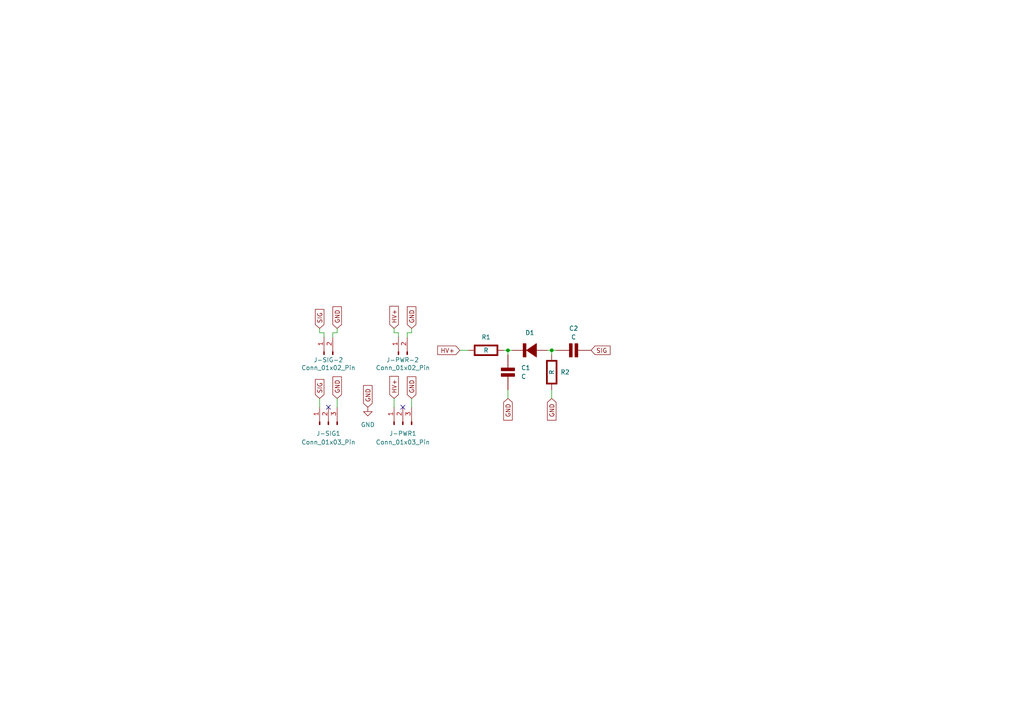
<source format=kicad_sch>
(kicad_sch (version 20231120) (generator "eeschema") (generator_version "8.0")
  (paper "A4")
  (lib_symbols
    (symbol "Connector:Conn_01x02_Pin" (pin_names (offset 1.016) hide)
      (property "Reference" "J" (at 0 2.54 0))
      (property "Value" "Conn_01x02_Pin" (at 0 -5.08 0))
      (symbol "Conn_01x02_Pin_1_1"
        (polyline (pts (xy 1.27 -2.54) (xy 0.8636 -2.54)) (stroke (width 0.1524)))
        (polyline (pts (xy 1.27 0) (xy 0.8636 0)) (stroke (width 0.1524)))
        (rectangle (start 0.8636 -2.413) (end 0 -2.667) (stroke (width 0.1524)) (fill (type outline)))
        (rectangle (start 0.8636 0.127) (end 0 -0.127) (stroke (width 0.1524)) (fill (type outline)))
        (pin passive line (at 5.08 0 180) (length 3.81) (name "Pin_1") (number "1"))
        (pin passive line (at 5.08 -2.54 180) (length 3.81) (name "Pin_2") (number "2"))
      )
    )
    (symbol "Connector:Conn_01x03_Pin" (pin_names (offset 1.016) hide)
      (property "Reference" "J" (at 0 5.08 0))
      (property "Value" "Conn_01x03_Pin" (at 0 -5.08 0))
      (symbol "Conn_01x03_Pin_1_1"
        (polyline (pts (xy 1.27 -2.54) (xy 0.8636 -2.54)) (stroke (width 0.1524)))
        (polyline (pts (xy 1.27 0) (xy 0.8636 0)) (stroke (width 0.1524)))
        (polyline (pts (xy 1.27 2.54) (xy 0.8636 2.54)) (stroke (width 0.1524)))
        (rectangle (start 0.8636 -2.413) (end 0 -2.667) (stroke (width 0.1524)) (fill (type outline)))
        (rectangle (start 0.8636 0.127) (end 0 -0.127) (stroke (width 0.1524)) (fill (type outline)))
        (rectangle (start 0.8636 2.667) (end 0 2.413) (stroke (width 0.1524)) (fill (type outline)))
        (pin passive line (at 5.08 2.54 180) (length 3.81) (name "Pin_1") (number "1"))
        (pin passive line (at 5.08 0 180) (length 3.81) (name "Pin_2") (number "2"))
        (pin passive line (at 5.08 -2.54 180) (length 3.81) (name "Pin_3") (number "3"))
      )
    )
    (symbol "PCM_Elektuur:C" (pin_numbers hide) (pin_names (offset 0) hide)
      (property "Reference" "C" (at 0.635 3.175 0))
      (property "Value" "C" (at 0.635 -3.175 0))
      (symbol "C_1_1"
        (rectangle (start -1.905 -0.4318) (end 1.905 -1.1938) (stroke (width 0.254)) (fill (type outline)))
        (rectangle (start -1.905 1.1938) (end 1.905 0.4318) (stroke (width 0.254)) (fill (type outline)))
        (pin passive line (at 0 5.08 270) (length 3.8862) (name "+") (number "1"))
        (pin passive line (at 0 -5.08 90) (length 3.8862) (name "-") (number "2"))
      )
      (symbol "C_1_2"
        (polyline (pts (xy -1.905 -1.4986) (xy 1.905 -1.4986) (xy 1.905 -0.4318) (xy -1.905 -0.4318) (xy -1.905 -1.4986) (xy -1.8034 -1.397) (xy -1.8034 -0.5334) (xy 1.8034 -0.5334) (xy 1.8034 -1.397) (xy -1.8034 -1.397) (xy -1.905 -1.4986)) (stroke (width 0.254)) (fill (type outline)))
        (polyline (pts (xy -1.905 0.4318) (xy 1.905 0.4318) (xy 1.905 1.4986) (xy -1.905 1.4986) (xy -1.905 0.4318) (xy -1.8034 0.5334) (xy -1.8034 1.397) (xy 1.8034 1.397) (xy 1.8034 0.5334) (xy -1.8034 0.5334) (xy -1.905 0.4318)) (stroke (width 0.254)) (fill (type outline)))
        (pin passive line (at 0 5.08 270) (length 3.5814) (name "+") (number "1"))
        (pin passive line (at 0 -5.08 90) (length 3.5814) (name "-") (number "2"))
      )
    )
    (symbol "PCM_Elektuur:D" (pin_numbers hide) (pin_names (offset 0) hide)
      (property "Reference" "D" (at 0.635 3.175 0))
      (property "Value" "${SIM.PARAMS}" (at 0.635 -3.175 0))
      (symbol "D_1_0"
        (pin passive line (at 0 -5.08 90) (length 3.175) (name "K-") (number "1"))
        (pin passive line (at 0 5.08 270) (length 3.175) (name "A+") (number "2"))
      )
      (symbol "D_1_1"
        (polyline (pts (xy -1.905 -1.905) (xy 1.905 -1.905) (xy 1.905 -1.143) (xy 0 -1.143) (xy 0 -0.889) (xy 1.905 1.905) (xy -1.905 1.905) (xy 0 -0.889) (xy 0 -1.143) (xy -1.905 -1.143) (xy -1.905 -1.905)) (stroke (width 0.254)) (fill (type outline)))
      )
      (symbol "D_1_2"
        (polyline (pts (xy -0.127 -1.905) (xy 1.905 -1.905) (xy 1.905 -1.143) (xy 0 -1.143) (xy 0 -0.889) (xy 1.905 1.905) (xy -0.0254 1.905) (xy -0.9652 0.5334) (xy 0 -0.889) (xy 0 -1.143) (xy -0.127 -1.143) (xy -0.127 -1.905)) (stroke (width 0.254)) (fill (type outline)))
      )
    )
    (symbol "PCM_Elektuur:R" (pin_numbers hide) (pin_names (offset 0) hide)
      (property "Reference" "R" (at 2.54 3.175 0))
      (property "Value" "R" (at 0 0 90))
      (symbol "R_1_1"
        (polyline (pts (xy -1.524 -3.429) (xy 1.524 -3.429) (xy 1.524 3.429) (xy -1.524 3.429) (xy -1.524 -3.429) (xy -1.27 -3.175) (xy -1.27 3.175) (xy 1.27 3.175) (xy 1.27 -3.175) (xy -1.27 -3.175) (xy -1.524 -3.429)) (stroke (width 0.254)) (fill (type outline)))
        (pin passive line (at 0 5.08 270) (length 1.651) (name "+") (number "1"))
        (pin passive line (at 0 -5.08 90) (length 1.651) (name "-") (number "2"))
      )
      (symbol "R_1_2"
        (polyline (pts (xy -0.508 -3.429) (xy 1.524 -3.429) (xy 1.524 3.429) (xy -0.508 3.429) (xy -0.508 3.175) (xy 1.27 3.175) (xy 1.27 -3.175) (xy -0.508 -3.175) (xy -0.508 -3.429)) (stroke (width 0.254)) (fill (type outline)))
        (pin passive line (at 0 5.08 270) (length 1.651) (name "+") (number "1"))
        (pin passive line (at 0 -5.08 90) (length 1.651) (name "-") (number "2"))
      )
      (symbol "R_1_3"
        (polyline (pts (xy 0 3.4798) (xy 0 3.2004) (xy 0.7112 2.794) (xy -1.1938 1.6764) (xy 0.7112 0.5588) (xy -1.1938 -0.5588) (xy 0.7112 -1.6764) (xy -1.1938 -2.794) (xy 0 -3.4798) (xy 0 -3.2004) (xy -0.7112 -2.794) (xy 1.1938 -1.6764) (xy -0.7112 -0.5588) (xy 1.1938 0.5588) (xy -0.7112 1.6764) (xy 1.1938 2.794) (xy 0 3.4798)) (stroke (width 0.254)) (fill (type outline)))
        (pin passive line (at 0 5.08 270) (length 1.6002) (name "+") (number "1"))
        (pin passive line (at 0 -5.08 90) (length 1.6002) (name "-") (number "2"))
      )
      (symbol "R_1_4"
        (polyline (pts (xy 0 4.5466) (xy 0 4.2672) (xy 0.0508 4.2418) (xy 1.016 3.683) (xy -1.524 2.2098) (xy 1.016 0.7366) (xy -1.524 -0.7366) (xy 1.016 -2.2098) (xy -1.524 -3.683) (xy -0.0762 -4.5212) (xy 0 -4.5466) (xy 0 -4.2672) (xy -0.0508 -4.2418) (xy -1.016 -3.683) (xy 1.524 -2.2098) (xy -1.016 -0.7366) (xy 1.524 0.7366) (xy -1.016 2.2098) (xy 1.524 3.683) (xy 0.0762 4.5212) (xy 0 4.5466)) (stroke (width 0.254)) (fill (type outline)))
        (pin passive line (at 0 5.08 270) (length 0.5334) (name "+") (number "1"))
        (pin passive line (at 0 -5.08 90) (length 0.5334) (name "-") (number "2"))
      )
    )
    (symbol "power:GND" (power) (pin_numbers hide) (pin_names (offset 0) hide)
      (property "Value" "GND" (at 0 -3.81 0))
      (symbol "GND_0_1"
        (polyline (pts (xy 0 0) (xy 0 -1.27) (xy 1.27 -1.27) (xy 0 -2.54) (xy -1.27 -1.27) (xy 0 -1.27)))
      )
      (symbol "GND_1_1"
        (pin power_in line (at 0 0 270) (length 0) (name "~") (number "1"))
      )
    )
  )
  (junction (at 147.32 101.6))
  (junction (at 160.02 101.6))
  (no_connect (at 95.25 118.11))
  (no_connect (at 116.84 118.11))
  (wire (pts (xy 93.98 96.52) (xy 93.98 97.79)))
  (wire (pts (xy 147.32 101.6) (xy 148.59 101.6)))
  (wire (pts (xy 160.02 113.03) (xy 160.02 115.57)))
  (wire (pts (xy 147.32 101.6) (xy 147.32 102.87)))
  (wire (pts (xy 92.71 96.52) (xy 93.98 96.52)))
  (wire (pts (xy 158.75 101.6) (xy 160.02 101.6)))
  (wire (pts (xy 119.38 115.57) (xy 119.38 118.11)))
  (wire (pts (xy 114.3 96.52) (xy 115.57 96.52)))
  (wire (pts (xy 119.38 95.25) (xy 119.38 96.52)))
  (wire (pts (xy 97.79 96.52) (xy 96.52 96.52)))
  (wire (pts (xy 160.02 101.6) (xy 161.29 101.6)))
  (wire (pts (xy 146.05 101.6) (xy 147.32 101.6)))
  (wire (pts (xy 147.32 113.03) (xy 147.32 115.57)))
  (wire (pts (xy 97.79 95.25) (xy 97.79 96.52)))
  (wire (pts (xy 96.52 96.52) (xy 96.52 97.79)))
  (wire (pts (xy 118.11 96.52) (xy 118.11 97.79)))
  (wire (pts (xy 115.57 96.52) (xy 115.57 97.79)))
  (wire (pts (xy 160.02 101.6) (xy 160.02 102.87)))
  (wire (pts (xy 114.3 115.57) (xy 114.3 118.11)))
  (wire (pts (xy 133.35 101.6) (xy 135.89 101.6)))
  (wire (pts (xy 119.38 96.52) (xy 118.11 96.52)))
  (wire (pts (xy 92.71 95.25) (xy 92.71 96.52)))
  (wire (pts (xy 92.71 115.57) (xy 92.71 118.11)))
  (wire (pts (xy 114.3 95.25) (xy 114.3 96.52)))
  (wire (pts (xy 97.79 115.57) (xy 97.79 118.11)))
  (global_label "GND" (shape input) (at 106.68 118.11 90) (property "Intersheetrefs" "${INTERSHEET_REFS}" (effects (hide yes))))
  (global_label "HV+" (shape input) (at 114.3 95.25 90) (property "Intersheetrefs" "${INTERSHEET_REFS}" (effects (hide yes))))
  (global_label "GND" (shape input) (at 97.79 115.57 90) (property "Intersheetrefs" "${INTERSHEET_REFS}" (effects (hide yes))))
  (global_label "HV+" (shape input) (at 114.3 115.57 90) (property "Intersheetrefs" "${INTERSHEET_REFS}" (effects (hide yes))))
  (global_label "GND" (shape input) (at 119.38 95.25 90) (property "Intersheetrefs" "${INTERSHEET_REFS}" (effects (hide yes))))
  (global_label "SIG" (shape input) (at 171.45 101.6 0) (property "Intersheetrefs" "${INTERSHEET_REFS}" (effects (hide yes))))
  (global_label "SIG" (shape input) (at 92.71 115.57 90) (property "Intersheetrefs" "${INTERSHEET_REFS}" (effects (hide yes))))
  (global_label "GND" (shape input) (at 119.38 115.57 90) (property "Intersheetrefs" "${INTERSHEET_REFS}" (effects (hide yes))))
  (global_label "SIG" (shape input) (at 92.71 95.25 90) (property "Intersheetrefs" "${INTERSHEET_REFS}" (effects (hide yes))))
  (global_label "GND" (shape input) (at 160.02 115.57 270) (property "Intersheetrefs" "${INTERSHEET_REFS}" (effects (hide yes))))
  (global_label "HV+" (shape input) (at 133.35 101.6 180) (property "Intersheetrefs" "${INTERSHEET_REFS}" (effects (hide yes))))
  (global_label "GND" (shape input) (at 97.79 95.25 90) (property "Intersheetrefs" "${INTERSHEET_REFS}" (effects (hide yes))))
  (global_label "GND" (shape input) (at 147.32 115.57 270) (property "Intersheetrefs" "${INTERSHEET_REFS}" (effects (hide yes))))
  (symbol (lib_id "Connector:Conn_01x02_Pin") (at 93.98 102.87 90) (unit 1)
    (property "Reference" "J-SIG-2" (at 90.932 104.394 90) (effects (justify right)))
    (property "Value" "Conn_01x02_Pin" (at 87.376 106.68 90) (effects (justify right)))
    (property "Footprint" "Connector_Coaxial:MMCX_Molex_73415-1471_Vertical" (effects (hide yes)))
    (property "Description" "Generic connector, single row, 01x02, script generated" (effects (hide yes)))
  )
  (symbol (lib_id "PCM_Elektuur:D") (at 153.67 101.6 270) (unit 1)
    (property "Reference" "D1" (at 153.67 96.52 90))
    (property "Value" "${SIM.PARAMS}" (at 153.67 97.79 90))
    (property "Footprint" "SiPM-FBK:ASD-RGB4S-P-40" (effects (hide yes)))
    (property "Description" "semiconductor diode" (effects (hide yes)))
    (property "Field-1" "2=1 1=2" (effects (hide yes)))
    (property "Rating" "V/A" (effects (hide yes)))
    (property "Field-1" "2=1 1=2" (effects (hide yes)))
    (property "Field-1" "2=1 1=2" (effects (hide yes)))
    (property "Field-1" "2=1 1=2" (effects (hide yes)))
    (property "Field-1" "2=1 1=2" (effects (hide yes)))
    (property "Field-1" "SPICE" (effects (hide yes)))
    (property "Field-1" "type=\"\" model=\"D\" lib=\"semiconductor.lib\"" (effects (hide yes)))
  )
  (symbol (lib_id "PCM_Elektuur:C") (at 147.32 107.95 0) (unit 1)
    (property "Reference" "C1" (at 151.13 106.6799 0) (effects (justify left)))
    (property "Value" "C" (at 151.13 109.2199 0) (effects (justify left)))
    (property "Footprint" "Custom_ThroughHole:PinHeader_1x04_P2.54mm_Vertical_Spaced" (effects (hide yes)))
    (property "Description" "capacitor, non-polarized/bipolar" (effects (hide yes)))
    (property "Indicator" "+" (effects (hide yes)))
    (property "Rating" "V" (effects (hide yes)))
  )
  (symbol (lib_id "PCM_Elektuur:R") (at 160.02 107.95 0) (unit 1)
    (property "Reference" "R2" (at 162.56 107.9499 0) (effects (justify left)))
    (property "Value" "R" (at 160.02 107.95 90))
    (property "Footprint" "Custom_ThroughHole:PinHeader_1x04_P2.54mm_Vertical_Spaced" (effects (hide yes)))
    (property "Description" "resistor" (effects (hide yes)))
    (property "Indicator" "+" (effects (hide yes)))
    (property "Rating" "W" (effects (hide yes)))
  )
  (symbol (lib_id "PCM_Elektuur:C") (at 166.37 101.6 90) (unit 1)
    (property "Reference" "C2" (at 166.37 95.25 90))
    (property "Value" "C" (at 166.37 97.79 90))
    (property "Footprint" "Custom_ThroughHole:PinHeader_1x04_P2.54mm_Vertical_Spaced" (effects (hide yes)))
    (property "Description" "capacitor, non-polarized/bipolar" (effects (hide yes)))
    (property "Indicator" "+" (effects (hide yes)))
    (property "Rating" "V" (effects (hide yes)))
  )
  (symbol (lib_id "Connector:Conn_01x03_Pin") (at 95.25 123.19 90) (unit 1)
    (property "Reference" "J-SIG1" (at 95.25 125.73 90))
    (property "Value" "Conn_01x03_Pin" (at 95.25 128.27 90))
    (property "Footprint" "Connector_PinHeader_2.54mm:PinHeader_1x03_P2.54mm_Vertical" (effects (hide yes)))
    (property "Description" "Generic connector, single row, 01x03, script generated" (effects (hide yes)))
  )
  (symbol (lib_id "power:GND") (at 106.68 118.11 0) (unit 1)
    (property "Reference" "#PWR1" (effects (hide yes)))
    (property "Value" "GND" (at 106.68 123.19 0))
    (property "Description" "Power symbol creates a global label with name \"GND\" , ground" (effects (hide yes)))
  )
  (symbol (lib_id "Connector:Conn_01x03_Pin") (at 116.84 123.19 90) (unit 1)
    (property "Reference" "J-PWR1" (at 116.84 125.73 90))
    (property "Value" "Conn_01x03_Pin" (at 116.84 128.27 90))
    (property "Footprint" "Connector_PinHeader_2.54mm:PinHeader_1x03_P2.54mm_Vertical" (effects (hide yes)))
    (property "Description" "Generic connector, single row, 01x03, script generated" (effects (hide yes)))
  )
  (symbol (lib_id "PCM_Elektuur:R") (at 140.97 101.6 90) (unit 1)
    (property "Reference" "R1" (at 140.97 97.79 90))
    (property "Value" "R" (at 140.97 101.6 90))
    (property "Footprint" "Custom_ThroughHole:PinHeader_1x04_P2.54mm_Vertical_Spaced" (effects (hide yes)))
    (property "Description" "resistor" (effects (hide yes)))
    (property "Indicator" "+" (effects (hide yes)))
    (property "Rating" "W" (effects (hide yes)))
  )
  (symbol (lib_id "Connector:Conn_01x02_Pin") (at 115.57 102.87 90) (unit 1)
    (property "Reference" "J-PWR-2" (at 112.014 104.394 90) (effects (justify right)))
    (property "Value" "Conn_01x02_Pin" (at 108.966 106.68 90) (effects (justify right)))
    (property "Footprint" "Connector_Coaxial:MMCX_Molex_73415-1471_Vertical" (effects (hide yes)))
    (property "Description" "Generic connector, single row, 01x02, script generated" (effects (hide yes)))
  )
)
</source>
